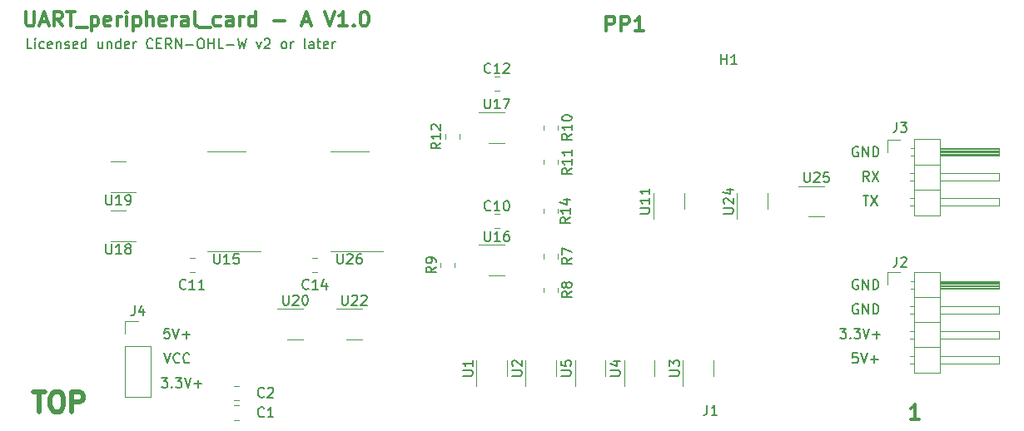
<source format=gbr>
G04 #@! TF.GenerationSoftware,KiCad,Pcbnew,(5.1.8)-1*
G04 #@! TF.CreationDate,2021-02-24T11:35:28+01:00*
G04 #@! TF.ProjectId,UART_peripheral_card_A,55415254-5f70-4657-9269-70686572616c,A V1.0*
G04 #@! TF.SameCoordinates,PX4fa1be0PY3fe56c0*
G04 #@! TF.FileFunction,Legend,Top*
G04 #@! TF.FilePolarity,Positive*
%FSLAX46Y46*%
G04 Gerber Fmt 4.6, Leading zero omitted, Abs format (unit mm)*
G04 Created by KiCad (PCBNEW (5.1.8)-1) date 2021-02-24 11:35:28*
%MOMM*%
%LPD*%
G01*
G04 APERTURE LIST*
%ADD10C,0.150000*%
%ADD11C,0.300000*%
%ADD12C,0.500000*%
%ADD13C,0.120000*%
G04 APERTURE END LIST*
D10*
X86238095Y-15500000D02*
X86142857Y-15452380D01*
X86000000Y-15452380D01*
X85857142Y-15500000D01*
X85761904Y-15595238D01*
X85714285Y-15690476D01*
X85666666Y-15880952D01*
X85666666Y-16023809D01*
X85714285Y-16214285D01*
X85761904Y-16309523D01*
X85857142Y-16404761D01*
X86000000Y-16452380D01*
X86095238Y-16452380D01*
X86238095Y-16404761D01*
X86285714Y-16357142D01*
X86285714Y-16023809D01*
X86095238Y-16023809D01*
X86714285Y-16452380D02*
X86714285Y-15452380D01*
X87285714Y-16452380D01*
X87285714Y-15452380D01*
X87761904Y-16452380D02*
X87761904Y-15452380D01*
X88000000Y-15452380D01*
X88142857Y-15500000D01*
X88238095Y-15595238D01*
X88285714Y-15690476D01*
X88333333Y-15880952D01*
X88333333Y-16023809D01*
X88285714Y-16214285D01*
X88238095Y-16309523D01*
X88142857Y-16404761D01*
X88000000Y-16452380D01*
X87761904Y-16452380D01*
X87333333Y-18952380D02*
X87000000Y-18476190D01*
X86761904Y-18952380D02*
X86761904Y-17952380D01*
X87142857Y-17952380D01*
X87238095Y-18000000D01*
X87285714Y-18047619D01*
X87333333Y-18142857D01*
X87333333Y-18285714D01*
X87285714Y-18380952D01*
X87238095Y-18428571D01*
X87142857Y-18476190D01*
X86761904Y-18476190D01*
X87666666Y-17952380D02*
X88333333Y-18952380D01*
X88333333Y-17952380D02*
X87666666Y-18952380D01*
X86738095Y-20452380D02*
X87309523Y-20452380D01*
X87023809Y-21452380D02*
X87023809Y-20452380D01*
X87547619Y-20452380D02*
X88214285Y-21452380D01*
X88214285Y-20452380D02*
X87547619Y-21452380D01*
X86238095Y-29000000D02*
X86142857Y-28952380D01*
X86000000Y-28952380D01*
X85857142Y-29000000D01*
X85761904Y-29095238D01*
X85714285Y-29190476D01*
X85666666Y-29380952D01*
X85666666Y-29523809D01*
X85714285Y-29714285D01*
X85761904Y-29809523D01*
X85857142Y-29904761D01*
X86000000Y-29952380D01*
X86095238Y-29952380D01*
X86238095Y-29904761D01*
X86285714Y-29857142D01*
X86285714Y-29523809D01*
X86095238Y-29523809D01*
X86714285Y-29952380D02*
X86714285Y-28952380D01*
X87285714Y-29952380D01*
X87285714Y-28952380D01*
X87761904Y-29952380D02*
X87761904Y-28952380D01*
X88000000Y-28952380D01*
X88142857Y-29000000D01*
X88238095Y-29095238D01*
X88285714Y-29190476D01*
X88333333Y-29380952D01*
X88333333Y-29523809D01*
X88285714Y-29714285D01*
X88238095Y-29809523D01*
X88142857Y-29904761D01*
X88000000Y-29952380D01*
X87761904Y-29952380D01*
X86238095Y-31500000D02*
X86142857Y-31452380D01*
X86000000Y-31452380D01*
X85857142Y-31500000D01*
X85761904Y-31595238D01*
X85714285Y-31690476D01*
X85666666Y-31880952D01*
X85666666Y-32023809D01*
X85714285Y-32214285D01*
X85761904Y-32309523D01*
X85857142Y-32404761D01*
X86000000Y-32452380D01*
X86095238Y-32452380D01*
X86238095Y-32404761D01*
X86285714Y-32357142D01*
X86285714Y-32023809D01*
X86095238Y-32023809D01*
X86714285Y-32452380D02*
X86714285Y-31452380D01*
X87285714Y-32452380D01*
X87285714Y-31452380D01*
X87761904Y-32452380D02*
X87761904Y-31452380D01*
X88000000Y-31452380D01*
X88142857Y-31500000D01*
X88238095Y-31595238D01*
X88285714Y-31690476D01*
X88333333Y-31880952D01*
X88333333Y-32023809D01*
X88285714Y-32214285D01*
X88238095Y-32309523D01*
X88142857Y-32404761D01*
X88000000Y-32452380D01*
X87761904Y-32452380D01*
X84404761Y-33952380D02*
X85023809Y-33952380D01*
X84690476Y-34333333D01*
X84833333Y-34333333D01*
X84928571Y-34380952D01*
X84976190Y-34428571D01*
X85023809Y-34523809D01*
X85023809Y-34761904D01*
X84976190Y-34857142D01*
X84928571Y-34904761D01*
X84833333Y-34952380D01*
X84547619Y-34952380D01*
X84452380Y-34904761D01*
X84404761Y-34857142D01*
X85452380Y-34857142D02*
X85500000Y-34904761D01*
X85452380Y-34952380D01*
X85404761Y-34904761D01*
X85452380Y-34857142D01*
X85452380Y-34952380D01*
X85833333Y-33952380D02*
X86452380Y-33952380D01*
X86119047Y-34333333D01*
X86261904Y-34333333D01*
X86357142Y-34380952D01*
X86404761Y-34428571D01*
X86452380Y-34523809D01*
X86452380Y-34761904D01*
X86404761Y-34857142D01*
X86357142Y-34904761D01*
X86261904Y-34952380D01*
X85976190Y-34952380D01*
X85880952Y-34904761D01*
X85833333Y-34857142D01*
X86738095Y-33952380D02*
X87071428Y-34952380D01*
X87404761Y-33952380D01*
X87738095Y-34571428D02*
X88500000Y-34571428D01*
X88119047Y-34952380D02*
X88119047Y-34190476D01*
X86190476Y-36452380D02*
X85714285Y-36452380D01*
X85666666Y-36928571D01*
X85714285Y-36880952D01*
X85809523Y-36833333D01*
X86047619Y-36833333D01*
X86142857Y-36880952D01*
X86190476Y-36928571D01*
X86238095Y-37023809D01*
X86238095Y-37261904D01*
X86190476Y-37357142D01*
X86142857Y-37404761D01*
X86047619Y-37452380D01*
X85809523Y-37452380D01*
X85714285Y-37404761D01*
X85666666Y-37357142D01*
X86523809Y-36452380D02*
X86857142Y-37452380D01*
X87190476Y-36452380D01*
X87523809Y-37071428D02*
X88285714Y-37071428D01*
X87904761Y-37452380D02*
X87904761Y-36690476D01*
X15404761Y-38952380D02*
X16023809Y-38952380D01*
X15690476Y-39333333D01*
X15833333Y-39333333D01*
X15928571Y-39380952D01*
X15976190Y-39428571D01*
X16023809Y-39523809D01*
X16023809Y-39761904D01*
X15976190Y-39857142D01*
X15928571Y-39904761D01*
X15833333Y-39952380D01*
X15547619Y-39952380D01*
X15452380Y-39904761D01*
X15404761Y-39857142D01*
X16452380Y-39857142D02*
X16500000Y-39904761D01*
X16452380Y-39952380D01*
X16404761Y-39904761D01*
X16452380Y-39857142D01*
X16452380Y-39952380D01*
X16833333Y-38952380D02*
X17452380Y-38952380D01*
X17119047Y-39333333D01*
X17261904Y-39333333D01*
X17357142Y-39380952D01*
X17404761Y-39428571D01*
X17452380Y-39523809D01*
X17452380Y-39761904D01*
X17404761Y-39857142D01*
X17357142Y-39904761D01*
X17261904Y-39952380D01*
X16976190Y-39952380D01*
X16880952Y-39904761D01*
X16833333Y-39857142D01*
X17738095Y-38952380D02*
X18071428Y-39952380D01*
X18404761Y-38952380D01*
X18738095Y-39571428D02*
X19500000Y-39571428D01*
X19119047Y-39952380D02*
X19119047Y-39190476D01*
X15666666Y-36452380D02*
X16000000Y-37452380D01*
X16333333Y-36452380D01*
X17238095Y-37357142D02*
X17190476Y-37404761D01*
X17047619Y-37452380D01*
X16952380Y-37452380D01*
X16809523Y-37404761D01*
X16714285Y-37309523D01*
X16666666Y-37214285D01*
X16619047Y-37023809D01*
X16619047Y-36880952D01*
X16666666Y-36690476D01*
X16714285Y-36595238D01*
X16809523Y-36500000D01*
X16952380Y-36452380D01*
X17047619Y-36452380D01*
X17190476Y-36500000D01*
X17238095Y-36547619D01*
X18238095Y-37357142D02*
X18190476Y-37404761D01*
X18047619Y-37452380D01*
X17952380Y-37452380D01*
X17809523Y-37404761D01*
X17714285Y-37309523D01*
X17666666Y-37214285D01*
X17619047Y-37023809D01*
X17619047Y-36880952D01*
X17666666Y-36690476D01*
X17714285Y-36595238D01*
X17809523Y-36500000D01*
X17952380Y-36452380D01*
X18047619Y-36452380D01*
X18190476Y-36500000D01*
X18238095Y-36547619D01*
X16190476Y-33952380D02*
X15714285Y-33952380D01*
X15666666Y-34428571D01*
X15714285Y-34380952D01*
X15809523Y-34333333D01*
X16047619Y-34333333D01*
X16142857Y-34380952D01*
X16190476Y-34428571D01*
X16238095Y-34523809D01*
X16238095Y-34761904D01*
X16190476Y-34857142D01*
X16142857Y-34904761D01*
X16047619Y-34952380D01*
X15809523Y-34952380D01*
X15714285Y-34904761D01*
X15666666Y-34857142D01*
X16523809Y-33952380D02*
X16857142Y-34952380D01*
X17190476Y-33952380D01*
X17523809Y-34571428D02*
X18285714Y-34571428D01*
X17904761Y-34952380D02*
X17904761Y-34190476D01*
D11*
X92428571Y-43178571D02*
X91571428Y-43178571D01*
X92000000Y-43178571D02*
X92000000Y-41678571D01*
X91857142Y-41892857D01*
X91714285Y-42035714D01*
X91571428Y-42107142D01*
D12*
X2380952Y-40404761D02*
X3523809Y-40404761D01*
X2952380Y-42404761D02*
X2952380Y-40404761D01*
X4571428Y-40404761D02*
X4952380Y-40404761D01*
X5142857Y-40500000D01*
X5333333Y-40690476D01*
X5428571Y-41071428D01*
X5428571Y-41738095D01*
X5333333Y-42119047D01*
X5142857Y-42309523D01*
X4952380Y-42404761D01*
X4571428Y-42404761D01*
X4380952Y-42309523D01*
X4190476Y-42119047D01*
X4095238Y-41738095D01*
X4095238Y-41071428D01*
X4190476Y-40690476D01*
X4380952Y-40500000D01*
X4571428Y-40404761D01*
X6285714Y-42404761D02*
X6285714Y-40404761D01*
X7047619Y-40404761D01*
X7238095Y-40500000D01*
X7333333Y-40595238D01*
X7428571Y-40785714D01*
X7428571Y-41071428D01*
X7333333Y-41261904D01*
X7238095Y-41357142D01*
X7047619Y-41452380D01*
X6285714Y-41452380D01*
D11*
X1607142Y-1678571D02*
X1607142Y-2892857D01*
X1678571Y-3035714D01*
X1750000Y-3107142D01*
X1892857Y-3178571D01*
X2178571Y-3178571D01*
X2321428Y-3107142D01*
X2392857Y-3035714D01*
X2464285Y-2892857D01*
X2464285Y-1678571D01*
X3107142Y-2750000D02*
X3821428Y-2750000D01*
X2964285Y-3178571D02*
X3464285Y-1678571D01*
X3964285Y-3178571D01*
X5321428Y-3178571D02*
X4821428Y-2464285D01*
X4464285Y-3178571D02*
X4464285Y-1678571D01*
X5035714Y-1678571D01*
X5178571Y-1750000D01*
X5250000Y-1821428D01*
X5321428Y-1964285D01*
X5321428Y-2178571D01*
X5250000Y-2321428D01*
X5178571Y-2392857D01*
X5035714Y-2464285D01*
X4464285Y-2464285D01*
X5750000Y-1678571D02*
X6607142Y-1678571D01*
X6178571Y-3178571D02*
X6178571Y-1678571D01*
X6750000Y-3321428D02*
X7892857Y-3321428D01*
X8250000Y-2178571D02*
X8250000Y-3678571D01*
X8250000Y-2250000D02*
X8392857Y-2178571D01*
X8678571Y-2178571D01*
X8821428Y-2250000D01*
X8892857Y-2321428D01*
X8964285Y-2464285D01*
X8964285Y-2892857D01*
X8892857Y-3035714D01*
X8821428Y-3107142D01*
X8678571Y-3178571D01*
X8392857Y-3178571D01*
X8250000Y-3107142D01*
X10178571Y-3107142D02*
X10035714Y-3178571D01*
X9750000Y-3178571D01*
X9607142Y-3107142D01*
X9535714Y-2964285D01*
X9535714Y-2392857D01*
X9607142Y-2250000D01*
X9750000Y-2178571D01*
X10035714Y-2178571D01*
X10178571Y-2250000D01*
X10250000Y-2392857D01*
X10250000Y-2535714D01*
X9535714Y-2678571D01*
X10892857Y-3178571D02*
X10892857Y-2178571D01*
X10892857Y-2464285D02*
X10964285Y-2321428D01*
X11035714Y-2250000D01*
X11178571Y-2178571D01*
X11321428Y-2178571D01*
X11821428Y-3178571D02*
X11821428Y-2178571D01*
X11821428Y-1678571D02*
X11750000Y-1750000D01*
X11821428Y-1821428D01*
X11892857Y-1750000D01*
X11821428Y-1678571D01*
X11821428Y-1821428D01*
X12535714Y-2178571D02*
X12535714Y-3678571D01*
X12535714Y-2250000D02*
X12678571Y-2178571D01*
X12964285Y-2178571D01*
X13107142Y-2250000D01*
X13178571Y-2321428D01*
X13250000Y-2464285D01*
X13250000Y-2892857D01*
X13178571Y-3035714D01*
X13107142Y-3107142D01*
X12964285Y-3178571D01*
X12678571Y-3178571D01*
X12535714Y-3107142D01*
X13892857Y-3178571D02*
X13892857Y-1678571D01*
X14535714Y-3178571D02*
X14535714Y-2392857D01*
X14464285Y-2250000D01*
X14321428Y-2178571D01*
X14107142Y-2178571D01*
X13964285Y-2250000D01*
X13892857Y-2321428D01*
X15821428Y-3107142D02*
X15678571Y-3178571D01*
X15392857Y-3178571D01*
X15250000Y-3107142D01*
X15178571Y-2964285D01*
X15178571Y-2392857D01*
X15250000Y-2250000D01*
X15392857Y-2178571D01*
X15678571Y-2178571D01*
X15821428Y-2250000D01*
X15892857Y-2392857D01*
X15892857Y-2535714D01*
X15178571Y-2678571D01*
X16535714Y-3178571D02*
X16535714Y-2178571D01*
X16535714Y-2464285D02*
X16607142Y-2321428D01*
X16678571Y-2250000D01*
X16821428Y-2178571D01*
X16964285Y-2178571D01*
X18107142Y-3178571D02*
X18107142Y-2392857D01*
X18035714Y-2250000D01*
X17892857Y-2178571D01*
X17607142Y-2178571D01*
X17464285Y-2250000D01*
X18107142Y-3107142D02*
X17964285Y-3178571D01*
X17607142Y-3178571D01*
X17464285Y-3107142D01*
X17392857Y-2964285D01*
X17392857Y-2821428D01*
X17464285Y-2678571D01*
X17607142Y-2607142D01*
X17964285Y-2607142D01*
X18107142Y-2535714D01*
X19035714Y-3178571D02*
X18892857Y-3107142D01*
X18821428Y-2964285D01*
X18821428Y-1678571D01*
X19250000Y-3321428D02*
X20392857Y-3321428D01*
X21392857Y-3107142D02*
X21250000Y-3178571D01*
X20964285Y-3178571D01*
X20821428Y-3107142D01*
X20750000Y-3035714D01*
X20678571Y-2892857D01*
X20678571Y-2464285D01*
X20750000Y-2321428D01*
X20821428Y-2250000D01*
X20964285Y-2178571D01*
X21250000Y-2178571D01*
X21392857Y-2250000D01*
X22678571Y-3178571D02*
X22678571Y-2392857D01*
X22607142Y-2250000D01*
X22464285Y-2178571D01*
X22178571Y-2178571D01*
X22035714Y-2250000D01*
X22678571Y-3107142D02*
X22535714Y-3178571D01*
X22178571Y-3178571D01*
X22035714Y-3107142D01*
X21964285Y-2964285D01*
X21964285Y-2821428D01*
X22035714Y-2678571D01*
X22178571Y-2607142D01*
X22535714Y-2607142D01*
X22678571Y-2535714D01*
X23392857Y-3178571D02*
X23392857Y-2178571D01*
X23392857Y-2464285D02*
X23464285Y-2321428D01*
X23535714Y-2250000D01*
X23678571Y-2178571D01*
X23821428Y-2178571D01*
X24964285Y-3178571D02*
X24964285Y-1678571D01*
X24964285Y-3107142D02*
X24821428Y-3178571D01*
X24535714Y-3178571D01*
X24392857Y-3107142D01*
X24321428Y-3035714D01*
X24250000Y-2892857D01*
X24250000Y-2464285D01*
X24321428Y-2321428D01*
X24392857Y-2250000D01*
X24535714Y-2178571D01*
X24821428Y-2178571D01*
X24964285Y-2250000D01*
X26821428Y-2607142D02*
X27964285Y-2607142D01*
X29750000Y-2750000D02*
X30464285Y-2750000D01*
X29607142Y-3178571D02*
X30107142Y-1678571D01*
X30607142Y-3178571D01*
X32035714Y-1678571D02*
X32535714Y-3178571D01*
X33035714Y-1678571D01*
X34321428Y-3178571D02*
X33464285Y-3178571D01*
X33892857Y-3178571D02*
X33892857Y-1678571D01*
X33750000Y-1892857D01*
X33607142Y-2035714D01*
X33464285Y-2107142D01*
X34964285Y-3035714D02*
X35035714Y-3107142D01*
X34964285Y-3178571D01*
X34892857Y-3107142D01*
X34964285Y-3035714D01*
X34964285Y-3178571D01*
X35964285Y-1678571D02*
X36107142Y-1678571D01*
X36250000Y-1750000D01*
X36321428Y-1821428D01*
X36392857Y-1964285D01*
X36464285Y-2250000D01*
X36464285Y-2607142D01*
X36392857Y-2892857D01*
X36321428Y-3035714D01*
X36250000Y-3107142D01*
X36107142Y-3178571D01*
X35964285Y-3178571D01*
X35821428Y-3107142D01*
X35750000Y-3035714D01*
X35678571Y-2892857D01*
X35607142Y-2607142D01*
X35607142Y-2250000D01*
X35678571Y-1964285D01*
X35750000Y-1821428D01*
X35821428Y-1750000D01*
X35964285Y-1678571D01*
D10*
X2210952Y-5452380D02*
X1734761Y-5452380D01*
X1734761Y-4452380D01*
X2544285Y-5452380D02*
X2544285Y-4785714D01*
X2544285Y-4452380D02*
X2496666Y-4500000D01*
X2544285Y-4547619D01*
X2591904Y-4500000D01*
X2544285Y-4452380D01*
X2544285Y-4547619D01*
X3449047Y-5404761D02*
X3353809Y-5452380D01*
X3163333Y-5452380D01*
X3068095Y-5404761D01*
X3020476Y-5357142D01*
X2972857Y-5261904D01*
X2972857Y-4976190D01*
X3020476Y-4880952D01*
X3068095Y-4833333D01*
X3163333Y-4785714D01*
X3353809Y-4785714D01*
X3449047Y-4833333D01*
X4258571Y-5404761D02*
X4163333Y-5452380D01*
X3972857Y-5452380D01*
X3877619Y-5404761D01*
X3829999Y-5309523D01*
X3829999Y-4928571D01*
X3877619Y-4833333D01*
X3972857Y-4785714D01*
X4163333Y-4785714D01*
X4258571Y-4833333D01*
X4306190Y-4928571D01*
X4306190Y-5023809D01*
X3829999Y-5119047D01*
X4734761Y-4785714D02*
X4734761Y-5452380D01*
X4734761Y-4880952D02*
X4782380Y-4833333D01*
X4877619Y-4785714D01*
X5020476Y-4785714D01*
X5115714Y-4833333D01*
X5163333Y-4928571D01*
X5163333Y-5452380D01*
X5591904Y-5404761D02*
X5687142Y-5452380D01*
X5877619Y-5452380D01*
X5972857Y-5404761D01*
X6020476Y-5309523D01*
X6020476Y-5261904D01*
X5972857Y-5166666D01*
X5877619Y-5119047D01*
X5734761Y-5119047D01*
X5639523Y-5071428D01*
X5591904Y-4976190D01*
X5591904Y-4928571D01*
X5639523Y-4833333D01*
X5734761Y-4785714D01*
X5877619Y-4785714D01*
X5972857Y-4833333D01*
X6829999Y-5404761D02*
X6734761Y-5452380D01*
X6544285Y-5452380D01*
X6449047Y-5404761D01*
X6401428Y-5309523D01*
X6401428Y-4928571D01*
X6449047Y-4833333D01*
X6544285Y-4785714D01*
X6734761Y-4785714D01*
X6829999Y-4833333D01*
X6877619Y-4928571D01*
X6877619Y-5023809D01*
X6401428Y-5119047D01*
X7734761Y-5452380D02*
X7734761Y-4452380D01*
X7734761Y-5404761D02*
X7639523Y-5452380D01*
X7449047Y-5452380D01*
X7353809Y-5404761D01*
X7306190Y-5357142D01*
X7258571Y-5261904D01*
X7258571Y-4976190D01*
X7306190Y-4880952D01*
X7353809Y-4833333D01*
X7449047Y-4785714D01*
X7639523Y-4785714D01*
X7734761Y-4833333D01*
X9401428Y-4785714D02*
X9401428Y-5452380D01*
X8972857Y-4785714D02*
X8972857Y-5309523D01*
X9020476Y-5404761D01*
X9115714Y-5452380D01*
X9258571Y-5452380D01*
X9353809Y-5404761D01*
X9401428Y-5357142D01*
X9877619Y-4785714D02*
X9877619Y-5452380D01*
X9877619Y-4880952D02*
X9925238Y-4833333D01*
X10020476Y-4785714D01*
X10163333Y-4785714D01*
X10258571Y-4833333D01*
X10306190Y-4928571D01*
X10306190Y-5452380D01*
X11210952Y-5452380D02*
X11210952Y-4452380D01*
X11210952Y-5404761D02*
X11115714Y-5452380D01*
X10925238Y-5452380D01*
X10829999Y-5404761D01*
X10782380Y-5357142D01*
X10734761Y-5261904D01*
X10734761Y-4976190D01*
X10782380Y-4880952D01*
X10829999Y-4833333D01*
X10925238Y-4785714D01*
X11115714Y-4785714D01*
X11210952Y-4833333D01*
X12068095Y-5404761D02*
X11972857Y-5452380D01*
X11782380Y-5452380D01*
X11687142Y-5404761D01*
X11639523Y-5309523D01*
X11639523Y-4928571D01*
X11687142Y-4833333D01*
X11782380Y-4785714D01*
X11972857Y-4785714D01*
X12068095Y-4833333D01*
X12115714Y-4928571D01*
X12115714Y-5023809D01*
X11639523Y-5119047D01*
X12544285Y-5452380D02*
X12544285Y-4785714D01*
X12544285Y-4976190D02*
X12591904Y-4880952D01*
X12639523Y-4833333D01*
X12734761Y-4785714D01*
X12829999Y-4785714D01*
X14496666Y-5357142D02*
X14449047Y-5404761D01*
X14306190Y-5452380D01*
X14210952Y-5452380D01*
X14068095Y-5404761D01*
X13972857Y-5309523D01*
X13925238Y-5214285D01*
X13877619Y-5023809D01*
X13877619Y-4880952D01*
X13925238Y-4690476D01*
X13972857Y-4595238D01*
X14068095Y-4500000D01*
X14210952Y-4452380D01*
X14306190Y-4452380D01*
X14449047Y-4500000D01*
X14496666Y-4547619D01*
X14925238Y-4928571D02*
X15258571Y-4928571D01*
X15401428Y-5452380D02*
X14925238Y-5452380D01*
X14925238Y-4452380D01*
X15401428Y-4452380D01*
X16401428Y-5452380D02*
X16068095Y-4976190D01*
X15829999Y-5452380D02*
X15829999Y-4452380D01*
X16210952Y-4452380D01*
X16306190Y-4500000D01*
X16353809Y-4547619D01*
X16401428Y-4642857D01*
X16401428Y-4785714D01*
X16353809Y-4880952D01*
X16306190Y-4928571D01*
X16210952Y-4976190D01*
X15829999Y-4976190D01*
X16829999Y-5452380D02*
X16829999Y-4452380D01*
X17401428Y-5452380D01*
X17401428Y-4452380D01*
X17877619Y-5071428D02*
X18639523Y-5071428D01*
X19306190Y-4452380D02*
X19496666Y-4452380D01*
X19591904Y-4500000D01*
X19687142Y-4595238D01*
X19734761Y-4785714D01*
X19734761Y-5119047D01*
X19687142Y-5309523D01*
X19591904Y-5404761D01*
X19496666Y-5452380D01*
X19306190Y-5452380D01*
X19210952Y-5404761D01*
X19115714Y-5309523D01*
X19068095Y-5119047D01*
X19068095Y-4785714D01*
X19115714Y-4595238D01*
X19210952Y-4500000D01*
X19306190Y-4452380D01*
X20163333Y-5452380D02*
X20163333Y-4452380D01*
X20163333Y-4928571D02*
X20734761Y-4928571D01*
X20734761Y-5452380D02*
X20734761Y-4452380D01*
X21687142Y-5452380D02*
X21210952Y-5452380D01*
X21210952Y-4452380D01*
X22020476Y-5071428D02*
X22782380Y-5071428D01*
X23163333Y-4452380D02*
X23401428Y-5452380D01*
X23591904Y-4738095D01*
X23782380Y-5452380D01*
X24020476Y-4452380D01*
X25068095Y-4785714D02*
X25306190Y-5452380D01*
X25544285Y-4785714D01*
X25877619Y-4547619D02*
X25925238Y-4500000D01*
X26020476Y-4452380D01*
X26258571Y-4452380D01*
X26353809Y-4500000D01*
X26401428Y-4547619D01*
X26449047Y-4642857D01*
X26449047Y-4738095D01*
X26401428Y-4880952D01*
X25829999Y-5452380D01*
X26449047Y-5452380D01*
X27782380Y-5452380D02*
X27687142Y-5404761D01*
X27639523Y-5357142D01*
X27591904Y-5261904D01*
X27591904Y-4976190D01*
X27639523Y-4880952D01*
X27687142Y-4833333D01*
X27782380Y-4785714D01*
X27925238Y-4785714D01*
X28020476Y-4833333D01*
X28068095Y-4880952D01*
X28115714Y-4976190D01*
X28115714Y-5261904D01*
X28068095Y-5357142D01*
X28020476Y-5404761D01*
X27925238Y-5452380D01*
X27782380Y-5452380D01*
X28544285Y-5452380D02*
X28544285Y-4785714D01*
X28544285Y-4976190D02*
X28591904Y-4880952D01*
X28639523Y-4833333D01*
X28734761Y-4785714D01*
X28829999Y-4785714D01*
X30068095Y-5452380D02*
X29972857Y-5404761D01*
X29925238Y-5309523D01*
X29925238Y-4452380D01*
X30877619Y-5452380D02*
X30877619Y-4928571D01*
X30829999Y-4833333D01*
X30734761Y-4785714D01*
X30544285Y-4785714D01*
X30449047Y-4833333D01*
X30877619Y-5404761D02*
X30782380Y-5452380D01*
X30544285Y-5452380D01*
X30449047Y-5404761D01*
X30401428Y-5309523D01*
X30401428Y-5214285D01*
X30449047Y-5119047D01*
X30544285Y-5071428D01*
X30782380Y-5071428D01*
X30877619Y-5023809D01*
X31210952Y-4785714D02*
X31591904Y-4785714D01*
X31353809Y-4452380D02*
X31353809Y-5309523D01*
X31401428Y-5404761D01*
X31496666Y-5452380D01*
X31591904Y-5452380D01*
X32306190Y-5404761D02*
X32210952Y-5452380D01*
X32020476Y-5452380D01*
X31925238Y-5404761D01*
X31877619Y-5309523D01*
X31877619Y-4928571D01*
X31925238Y-4833333D01*
X32020476Y-4785714D01*
X32210952Y-4785714D01*
X32306190Y-4833333D01*
X32353809Y-4928571D01*
X32353809Y-5023809D01*
X31877619Y-5119047D01*
X32782380Y-5452380D02*
X32782380Y-4785714D01*
X32782380Y-4976190D02*
X32829999Y-4880952D01*
X32877619Y-4833333D01*
X32972857Y-4785714D01*
X33068095Y-4785714D01*
D11*
X60642857Y-3678571D02*
X60642857Y-2178571D01*
X61214285Y-2178571D01*
X61357142Y-2250000D01*
X61428571Y-2321428D01*
X61500000Y-2464285D01*
X61500000Y-2678571D01*
X61428571Y-2821428D01*
X61357142Y-2892857D01*
X61214285Y-2964285D01*
X60642857Y-2964285D01*
X62142857Y-3678571D02*
X62142857Y-2178571D01*
X62714285Y-2178571D01*
X62857142Y-2250000D01*
X62928571Y-2321428D01*
X63000000Y-2464285D01*
X63000000Y-2678571D01*
X62928571Y-2821428D01*
X62857142Y-2892857D01*
X62714285Y-2964285D01*
X62142857Y-2964285D01*
X64428571Y-3678571D02*
X63571428Y-3678571D01*
X64000000Y-3678571D02*
X64000000Y-2178571D01*
X63857142Y-2392857D01*
X63714285Y-2535714D01*
X63571428Y-2607142D01*
D13*
X23261252Y-41765000D02*
X22738748Y-41765000D01*
X23261252Y-43235000D02*
X22738748Y-43235000D01*
X23261252Y-41235000D02*
X22738748Y-41235000D01*
X23261252Y-39765000D02*
X22738748Y-39765000D01*
X49761252Y-23735000D02*
X49238748Y-23735000D01*
X49761252Y-22265000D02*
X49238748Y-22265000D01*
X18238748Y-28235000D02*
X18761252Y-28235000D01*
X18238748Y-26765000D02*
X18761252Y-26765000D01*
X49761252Y-8265000D02*
X49238748Y-8265000D01*
X49761252Y-9735000D02*
X49238748Y-9735000D01*
X30738748Y-26765000D02*
X31261252Y-26765000D01*
X30738748Y-28235000D02*
X31261252Y-28235000D01*
X89230000Y-28230000D02*
X90500000Y-28230000D01*
X89230000Y-29500000D02*
X89230000Y-28230000D01*
X91542929Y-37500000D02*
X91940000Y-37500000D01*
X91542929Y-36740000D02*
X91940000Y-36740000D01*
X100600000Y-37500000D02*
X94600000Y-37500000D01*
X100600000Y-36740000D02*
X100600000Y-37500000D01*
X94600000Y-36740000D02*
X100600000Y-36740000D01*
X91940000Y-35850000D02*
X94600000Y-35850000D01*
X91542929Y-34960000D02*
X91940000Y-34960000D01*
X91542929Y-34200000D02*
X91940000Y-34200000D01*
X100600000Y-34960000D02*
X94600000Y-34960000D01*
X100600000Y-34200000D02*
X100600000Y-34960000D01*
X94600000Y-34200000D02*
X100600000Y-34200000D01*
X91940000Y-33310000D02*
X94600000Y-33310000D01*
X91542929Y-32420000D02*
X91940000Y-32420000D01*
X91542929Y-31660000D02*
X91940000Y-31660000D01*
X100600000Y-32420000D02*
X94600000Y-32420000D01*
X100600000Y-31660000D02*
X100600000Y-32420000D01*
X94600000Y-31660000D02*
X100600000Y-31660000D01*
X91940000Y-30770000D02*
X94600000Y-30770000D01*
X91610000Y-29880000D02*
X91940000Y-29880000D01*
X91610000Y-29120000D02*
X91940000Y-29120000D01*
X94600000Y-29780000D02*
X100600000Y-29780000D01*
X94600000Y-29660000D02*
X100600000Y-29660000D01*
X94600000Y-29540000D02*
X100600000Y-29540000D01*
X94600000Y-29420000D02*
X100600000Y-29420000D01*
X94600000Y-29300000D02*
X100600000Y-29300000D01*
X94600000Y-29180000D02*
X100600000Y-29180000D01*
X100600000Y-29880000D02*
X94600000Y-29880000D01*
X100600000Y-29120000D02*
X100600000Y-29880000D01*
X94600000Y-29120000D02*
X100600000Y-29120000D01*
X94600000Y-28170000D02*
X91940000Y-28170000D01*
X94600000Y-38450000D02*
X94600000Y-28170000D01*
X91940000Y-38450000D02*
X94600000Y-38450000D01*
X91940000Y-28170000D02*
X91940000Y-38450000D01*
X89230000Y-14730000D02*
X90500000Y-14730000D01*
X89230000Y-16000000D02*
X89230000Y-14730000D01*
X91542929Y-21460000D02*
X91940000Y-21460000D01*
X91542929Y-20700000D02*
X91940000Y-20700000D01*
X100600000Y-21460000D02*
X94600000Y-21460000D01*
X100600000Y-20700000D02*
X100600000Y-21460000D01*
X94600000Y-20700000D02*
X100600000Y-20700000D01*
X91940000Y-19810000D02*
X94600000Y-19810000D01*
X91542929Y-18920000D02*
X91940000Y-18920000D01*
X91542929Y-18160000D02*
X91940000Y-18160000D01*
X100600000Y-18920000D02*
X94600000Y-18920000D01*
X100600000Y-18160000D02*
X100600000Y-18920000D01*
X94600000Y-18160000D02*
X100600000Y-18160000D01*
X91940000Y-17270000D02*
X94600000Y-17270000D01*
X91610000Y-16380000D02*
X91940000Y-16380000D01*
X91610000Y-15620000D02*
X91940000Y-15620000D01*
X94600000Y-16280000D02*
X100600000Y-16280000D01*
X94600000Y-16160000D02*
X100600000Y-16160000D01*
X94600000Y-16040000D02*
X100600000Y-16040000D01*
X94600000Y-15920000D02*
X100600000Y-15920000D01*
X94600000Y-15800000D02*
X100600000Y-15800000D01*
X94600000Y-15680000D02*
X100600000Y-15680000D01*
X100600000Y-16380000D02*
X94600000Y-16380000D01*
X100600000Y-15620000D02*
X100600000Y-16380000D01*
X94600000Y-15620000D02*
X100600000Y-15620000D01*
X94600000Y-14670000D02*
X91940000Y-14670000D01*
X94600000Y-22410000D02*
X94600000Y-14670000D01*
X91940000Y-22410000D02*
X94600000Y-22410000D01*
X91940000Y-14670000D02*
X91940000Y-22410000D01*
X11670000Y-33170000D02*
X13000000Y-33170000D01*
X11670000Y-34500000D02*
X11670000Y-33170000D01*
X11670000Y-35770000D02*
X14330000Y-35770000D01*
X14330000Y-35770000D02*
X14330000Y-40910000D01*
X11670000Y-35770000D02*
X11670000Y-40910000D01*
X11670000Y-40910000D02*
X14330000Y-40910000D01*
X55735000Y-26360436D02*
X55735000Y-26814564D01*
X54265000Y-26360436D02*
X54265000Y-26814564D01*
X54265000Y-29772936D02*
X54265000Y-30227064D01*
X55735000Y-29772936D02*
X55735000Y-30227064D01*
X43765000Y-27727064D02*
X43765000Y-27272936D01*
X45235000Y-27727064D02*
X45235000Y-27272936D01*
X55735000Y-13272936D02*
X55735000Y-13727064D01*
X54265000Y-13272936D02*
X54265000Y-13727064D01*
X55735000Y-16772936D02*
X55735000Y-17227064D01*
X54265000Y-16772936D02*
X54265000Y-17227064D01*
X45735000Y-14639564D02*
X45735000Y-14185436D01*
X44265000Y-14639564D02*
X44265000Y-14185436D01*
X54265000Y-22227064D02*
X54265000Y-21772936D01*
X55735000Y-22227064D02*
X55735000Y-21772936D01*
X50560000Y-38000000D02*
X50560000Y-37200000D01*
X50560000Y-38000000D02*
X50560000Y-38800000D01*
X47440000Y-38000000D02*
X47440000Y-37200000D01*
X47440000Y-38000000D02*
X47440000Y-39800000D01*
X52440000Y-38000000D02*
X52440000Y-39800000D01*
X52440000Y-38000000D02*
X52440000Y-37200000D01*
X55560000Y-38000000D02*
X55560000Y-38800000D01*
X55560000Y-38000000D02*
X55560000Y-37200000D01*
X68440000Y-38000000D02*
X68440000Y-39800000D01*
X68440000Y-38000000D02*
X68440000Y-37200000D01*
X71560000Y-38000000D02*
X71560000Y-38800000D01*
X71560000Y-38000000D02*
X71560000Y-37200000D01*
X62440000Y-38000000D02*
X62440000Y-39800000D01*
X62440000Y-38000000D02*
X62440000Y-37200000D01*
X65560000Y-38000000D02*
X65560000Y-38800000D01*
X65560000Y-38000000D02*
X65560000Y-37200000D01*
X60560000Y-38000000D02*
X60560000Y-37200000D01*
X60560000Y-38000000D02*
X60560000Y-38800000D01*
X57440000Y-38000000D02*
X57440000Y-37200000D01*
X57440000Y-38000000D02*
X57440000Y-39800000D01*
X65440000Y-21000000D02*
X65440000Y-22800000D01*
X65440000Y-21000000D02*
X65440000Y-20200000D01*
X68560000Y-21000000D02*
X68560000Y-21800000D01*
X68560000Y-21000000D02*
X68560000Y-20200000D01*
X22000000Y-26060000D02*
X25500000Y-26060000D01*
X22000000Y-26060000D02*
X20050000Y-26060000D01*
X22000000Y-15940000D02*
X23950000Y-15940000D01*
X22000000Y-15940000D02*
X20050000Y-15940000D01*
X49500000Y-25440000D02*
X47700000Y-25440000D01*
X49500000Y-25440000D02*
X50300000Y-25440000D01*
X49500000Y-28560000D02*
X48700000Y-28560000D01*
X49500000Y-28560000D02*
X50300000Y-28560000D01*
X49500000Y-15060000D02*
X50300000Y-15060000D01*
X49500000Y-15060000D02*
X48700000Y-15060000D01*
X49500000Y-11940000D02*
X50300000Y-11940000D01*
X49500000Y-11940000D02*
X47700000Y-11940000D01*
X11000000Y-25060000D02*
X12800000Y-25060000D01*
X11000000Y-25060000D02*
X10200000Y-25060000D01*
X11000000Y-21940000D02*
X11800000Y-21940000D01*
X11000000Y-21940000D02*
X10200000Y-21940000D01*
X11000000Y-16940000D02*
X10200000Y-16940000D01*
X11000000Y-16940000D02*
X11800000Y-16940000D01*
X11000000Y-20060000D02*
X10200000Y-20060000D01*
X11000000Y-20060000D02*
X12800000Y-20060000D01*
X29000000Y-31940000D02*
X27200000Y-31940000D01*
X29000000Y-31940000D02*
X29800000Y-31940000D01*
X29000000Y-35060000D02*
X28200000Y-35060000D01*
X29000000Y-35060000D02*
X29800000Y-35060000D01*
X35000000Y-35060000D02*
X35800000Y-35060000D01*
X35000000Y-35060000D02*
X34200000Y-35060000D01*
X35000000Y-31940000D02*
X35800000Y-31940000D01*
X35000000Y-31940000D02*
X33200000Y-31940000D01*
X77060000Y-21000000D02*
X77060000Y-20200000D01*
X77060000Y-21000000D02*
X77060000Y-21800000D01*
X73940000Y-21000000D02*
X73940000Y-20200000D01*
X73940000Y-21000000D02*
X73940000Y-22800000D01*
X82000000Y-22560000D02*
X82800000Y-22560000D01*
X82000000Y-22560000D02*
X81200000Y-22560000D01*
X82000000Y-19440000D02*
X82800000Y-19440000D01*
X82000000Y-19440000D02*
X80200000Y-19440000D01*
X34500000Y-15940000D02*
X32550000Y-15940000D01*
X34500000Y-15940000D02*
X36450000Y-15940000D01*
X34500000Y-26060000D02*
X32550000Y-26060000D01*
X34500000Y-26060000D02*
X37950000Y-26060000D01*
D10*
X70896666Y-41732380D02*
X70896666Y-42446666D01*
X70849047Y-42589523D01*
X70753809Y-42684761D01*
X70610952Y-42732380D01*
X70515714Y-42732380D01*
X71896666Y-42732380D02*
X71325238Y-42732380D01*
X71610952Y-42732380D02*
X71610952Y-41732380D01*
X71515714Y-41875238D01*
X71420476Y-41970476D01*
X71325238Y-42018095D01*
X72338095Y-7052380D02*
X72338095Y-6052380D01*
X72338095Y-6528571D02*
X72909523Y-6528571D01*
X72909523Y-7052380D02*
X72909523Y-6052380D01*
X73909523Y-7052380D02*
X73338095Y-7052380D01*
X73623809Y-7052380D02*
X73623809Y-6052380D01*
X73528571Y-6195238D01*
X73433333Y-6290476D01*
X73338095Y-6338095D01*
X25833333Y-42857142D02*
X25785714Y-42904761D01*
X25642857Y-42952380D01*
X25547619Y-42952380D01*
X25404761Y-42904761D01*
X25309523Y-42809523D01*
X25261904Y-42714285D01*
X25214285Y-42523809D01*
X25214285Y-42380952D01*
X25261904Y-42190476D01*
X25309523Y-42095238D01*
X25404761Y-42000000D01*
X25547619Y-41952380D01*
X25642857Y-41952380D01*
X25785714Y-42000000D01*
X25833333Y-42047619D01*
X26785714Y-42952380D02*
X26214285Y-42952380D01*
X26500000Y-42952380D02*
X26500000Y-41952380D01*
X26404761Y-42095238D01*
X26309523Y-42190476D01*
X26214285Y-42238095D01*
X25833333Y-40857142D02*
X25785714Y-40904761D01*
X25642857Y-40952380D01*
X25547619Y-40952380D01*
X25404761Y-40904761D01*
X25309523Y-40809523D01*
X25261904Y-40714285D01*
X25214285Y-40523809D01*
X25214285Y-40380952D01*
X25261904Y-40190476D01*
X25309523Y-40095238D01*
X25404761Y-40000000D01*
X25547619Y-39952380D01*
X25642857Y-39952380D01*
X25785714Y-40000000D01*
X25833333Y-40047619D01*
X26214285Y-40047619D02*
X26261904Y-40000000D01*
X26357142Y-39952380D01*
X26595238Y-39952380D01*
X26690476Y-40000000D01*
X26738095Y-40047619D01*
X26785714Y-40142857D01*
X26785714Y-40238095D01*
X26738095Y-40380952D01*
X26166666Y-40952380D01*
X26785714Y-40952380D01*
X48857142Y-21857142D02*
X48809523Y-21904761D01*
X48666666Y-21952380D01*
X48571428Y-21952380D01*
X48428571Y-21904761D01*
X48333333Y-21809523D01*
X48285714Y-21714285D01*
X48238095Y-21523809D01*
X48238095Y-21380952D01*
X48285714Y-21190476D01*
X48333333Y-21095238D01*
X48428571Y-21000000D01*
X48571428Y-20952380D01*
X48666666Y-20952380D01*
X48809523Y-21000000D01*
X48857142Y-21047619D01*
X49809523Y-21952380D02*
X49238095Y-21952380D01*
X49523809Y-21952380D02*
X49523809Y-20952380D01*
X49428571Y-21095238D01*
X49333333Y-21190476D01*
X49238095Y-21238095D01*
X50428571Y-20952380D02*
X50523809Y-20952380D01*
X50619047Y-21000000D01*
X50666666Y-21047619D01*
X50714285Y-21142857D01*
X50761904Y-21333333D01*
X50761904Y-21571428D01*
X50714285Y-21761904D01*
X50666666Y-21857142D01*
X50619047Y-21904761D01*
X50523809Y-21952380D01*
X50428571Y-21952380D01*
X50333333Y-21904761D01*
X50285714Y-21857142D01*
X50238095Y-21761904D01*
X50190476Y-21571428D01*
X50190476Y-21333333D01*
X50238095Y-21142857D01*
X50285714Y-21047619D01*
X50333333Y-21000000D01*
X50428571Y-20952380D01*
X17857142Y-29857142D02*
X17809523Y-29904761D01*
X17666666Y-29952380D01*
X17571428Y-29952380D01*
X17428571Y-29904761D01*
X17333333Y-29809523D01*
X17285714Y-29714285D01*
X17238095Y-29523809D01*
X17238095Y-29380952D01*
X17285714Y-29190476D01*
X17333333Y-29095238D01*
X17428571Y-29000000D01*
X17571428Y-28952380D01*
X17666666Y-28952380D01*
X17809523Y-29000000D01*
X17857142Y-29047619D01*
X18809523Y-29952380D02*
X18238095Y-29952380D01*
X18523809Y-29952380D02*
X18523809Y-28952380D01*
X18428571Y-29095238D01*
X18333333Y-29190476D01*
X18238095Y-29238095D01*
X19761904Y-29952380D02*
X19190476Y-29952380D01*
X19476190Y-29952380D02*
X19476190Y-28952380D01*
X19380952Y-29095238D01*
X19285714Y-29190476D01*
X19190476Y-29238095D01*
X48857142Y-7857142D02*
X48809523Y-7904761D01*
X48666666Y-7952380D01*
X48571428Y-7952380D01*
X48428571Y-7904761D01*
X48333333Y-7809523D01*
X48285714Y-7714285D01*
X48238095Y-7523809D01*
X48238095Y-7380952D01*
X48285714Y-7190476D01*
X48333333Y-7095238D01*
X48428571Y-7000000D01*
X48571428Y-6952380D01*
X48666666Y-6952380D01*
X48809523Y-7000000D01*
X48857142Y-7047619D01*
X49809523Y-7952380D02*
X49238095Y-7952380D01*
X49523809Y-7952380D02*
X49523809Y-6952380D01*
X49428571Y-7095238D01*
X49333333Y-7190476D01*
X49238095Y-7238095D01*
X50190476Y-7047619D02*
X50238095Y-7000000D01*
X50333333Y-6952380D01*
X50571428Y-6952380D01*
X50666666Y-7000000D01*
X50714285Y-7047619D01*
X50761904Y-7142857D01*
X50761904Y-7238095D01*
X50714285Y-7380952D01*
X50142857Y-7952380D01*
X50761904Y-7952380D01*
X30357142Y-29857142D02*
X30309523Y-29904761D01*
X30166666Y-29952380D01*
X30071428Y-29952380D01*
X29928571Y-29904761D01*
X29833333Y-29809523D01*
X29785714Y-29714285D01*
X29738095Y-29523809D01*
X29738095Y-29380952D01*
X29785714Y-29190476D01*
X29833333Y-29095238D01*
X29928571Y-29000000D01*
X30071428Y-28952380D01*
X30166666Y-28952380D01*
X30309523Y-29000000D01*
X30357142Y-29047619D01*
X31309523Y-29952380D02*
X30738095Y-29952380D01*
X31023809Y-29952380D02*
X31023809Y-28952380D01*
X30928571Y-29095238D01*
X30833333Y-29190476D01*
X30738095Y-29238095D01*
X32166666Y-29285714D02*
X32166666Y-29952380D01*
X31928571Y-28904761D02*
X31690476Y-29619047D01*
X32309523Y-29619047D01*
X90166666Y-26682380D02*
X90166666Y-27396666D01*
X90119047Y-27539523D01*
X90023809Y-27634761D01*
X89880952Y-27682380D01*
X89785714Y-27682380D01*
X90595238Y-26777619D02*
X90642857Y-26730000D01*
X90738095Y-26682380D01*
X90976190Y-26682380D01*
X91071428Y-26730000D01*
X91119047Y-26777619D01*
X91166666Y-26872857D01*
X91166666Y-26968095D01*
X91119047Y-27110952D01*
X90547619Y-27682380D01*
X91166666Y-27682380D01*
X90166666Y-12952380D02*
X90166666Y-13666666D01*
X90119047Y-13809523D01*
X90023809Y-13904761D01*
X89880952Y-13952380D01*
X89785714Y-13952380D01*
X90547619Y-12952380D02*
X91166666Y-12952380D01*
X90833333Y-13333333D01*
X90976190Y-13333333D01*
X91071428Y-13380952D01*
X91119047Y-13428571D01*
X91166666Y-13523809D01*
X91166666Y-13761904D01*
X91119047Y-13857142D01*
X91071428Y-13904761D01*
X90976190Y-13952380D01*
X90690476Y-13952380D01*
X90595238Y-13904761D01*
X90547619Y-13857142D01*
X12666666Y-31622380D02*
X12666666Y-32336666D01*
X12619047Y-32479523D01*
X12523809Y-32574761D01*
X12380952Y-32622380D01*
X12285714Y-32622380D01*
X13571428Y-31955714D02*
X13571428Y-32622380D01*
X13333333Y-31574761D02*
X13095238Y-32289047D01*
X13714285Y-32289047D01*
X57102380Y-26754166D02*
X56626190Y-27087500D01*
X57102380Y-27325595D02*
X56102380Y-27325595D01*
X56102380Y-26944642D01*
X56150000Y-26849404D01*
X56197619Y-26801785D01*
X56292857Y-26754166D01*
X56435714Y-26754166D01*
X56530952Y-26801785D01*
X56578571Y-26849404D01*
X56626190Y-26944642D01*
X56626190Y-27325595D01*
X56102380Y-26420833D02*
X56102380Y-25754166D01*
X57102380Y-26182738D01*
X57102380Y-30166666D02*
X56626190Y-30500000D01*
X57102380Y-30738095D02*
X56102380Y-30738095D01*
X56102380Y-30357142D01*
X56150000Y-30261904D01*
X56197619Y-30214285D01*
X56292857Y-30166666D01*
X56435714Y-30166666D01*
X56530952Y-30214285D01*
X56578571Y-30261904D01*
X56626190Y-30357142D01*
X56626190Y-30738095D01*
X56530952Y-29595238D02*
X56483333Y-29690476D01*
X56435714Y-29738095D01*
X56340476Y-29785714D01*
X56292857Y-29785714D01*
X56197619Y-29738095D01*
X56150000Y-29690476D01*
X56102380Y-29595238D01*
X56102380Y-29404761D01*
X56150000Y-29309523D01*
X56197619Y-29261904D01*
X56292857Y-29214285D01*
X56340476Y-29214285D01*
X56435714Y-29261904D01*
X56483333Y-29309523D01*
X56530952Y-29404761D01*
X56530952Y-29595238D01*
X56578571Y-29690476D01*
X56626190Y-29738095D01*
X56721428Y-29785714D01*
X56911904Y-29785714D01*
X57007142Y-29738095D01*
X57054761Y-29690476D01*
X57102380Y-29595238D01*
X57102380Y-29404761D01*
X57054761Y-29309523D01*
X57007142Y-29261904D01*
X56911904Y-29214285D01*
X56721428Y-29214285D01*
X56626190Y-29261904D01*
X56578571Y-29309523D01*
X56530952Y-29404761D01*
X43302380Y-27666666D02*
X42826190Y-28000000D01*
X43302380Y-28238095D02*
X42302380Y-28238095D01*
X42302380Y-27857142D01*
X42350000Y-27761904D01*
X42397619Y-27714285D01*
X42492857Y-27666666D01*
X42635714Y-27666666D01*
X42730952Y-27714285D01*
X42778571Y-27761904D01*
X42826190Y-27857142D01*
X42826190Y-28238095D01*
X43302380Y-27190476D02*
X43302380Y-27000000D01*
X43254761Y-26904761D01*
X43207142Y-26857142D01*
X43064285Y-26761904D01*
X42873809Y-26714285D01*
X42492857Y-26714285D01*
X42397619Y-26761904D01*
X42350000Y-26809523D01*
X42302380Y-26904761D01*
X42302380Y-27095238D01*
X42350000Y-27190476D01*
X42397619Y-27238095D01*
X42492857Y-27285714D01*
X42730952Y-27285714D01*
X42826190Y-27238095D01*
X42873809Y-27190476D01*
X42921428Y-27095238D01*
X42921428Y-26904761D01*
X42873809Y-26809523D01*
X42826190Y-26761904D01*
X42730952Y-26714285D01*
X57102380Y-14142857D02*
X56626190Y-14476190D01*
X57102380Y-14714285D02*
X56102380Y-14714285D01*
X56102380Y-14333333D01*
X56150000Y-14238095D01*
X56197619Y-14190476D01*
X56292857Y-14142857D01*
X56435714Y-14142857D01*
X56530952Y-14190476D01*
X56578571Y-14238095D01*
X56626190Y-14333333D01*
X56626190Y-14714285D01*
X57102380Y-13190476D02*
X57102380Y-13761904D01*
X57102380Y-13476190D02*
X56102380Y-13476190D01*
X56245238Y-13571428D01*
X56340476Y-13666666D01*
X56388095Y-13761904D01*
X56102380Y-12571428D02*
X56102380Y-12476190D01*
X56150000Y-12380952D01*
X56197619Y-12333333D01*
X56292857Y-12285714D01*
X56483333Y-12238095D01*
X56721428Y-12238095D01*
X56911904Y-12285714D01*
X57007142Y-12333333D01*
X57054761Y-12380952D01*
X57102380Y-12476190D01*
X57102380Y-12571428D01*
X57054761Y-12666666D01*
X57007142Y-12714285D01*
X56911904Y-12761904D01*
X56721428Y-12809523D01*
X56483333Y-12809523D01*
X56292857Y-12761904D01*
X56197619Y-12714285D01*
X56150000Y-12666666D01*
X56102380Y-12571428D01*
X57102380Y-17642857D02*
X56626190Y-17976190D01*
X57102380Y-18214285D02*
X56102380Y-18214285D01*
X56102380Y-17833333D01*
X56150000Y-17738095D01*
X56197619Y-17690476D01*
X56292857Y-17642857D01*
X56435714Y-17642857D01*
X56530952Y-17690476D01*
X56578571Y-17738095D01*
X56626190Y-17833333D01*
X56626190Y-18214285D01*
X57102380Y-16690476D02*
X57102380Y-17261904D01*
X57102380Y-16976190D02*
X56102380Y-16976190D01*
X56245238Y-17071428D01*
X56340476Y-17166666D01*
X56388095Y-17261904D01*
X57102380Y-15738095D02*
X57102380Y-16309523D01*
X57102380Y-16023809D02*
X56102380Y-16023809D01*
X56245238Y-16119047D01*
X56340476Y-16214285D01*
X56388095Y-16309523D01*
X43802380Y-15055357D02*
X43326190Y-15388690D01*
X43802380Y-15626785D02*
X42802380Y-15626785D01*
X42802380Y-15245833D01*
X42850000Y-15150595D01*
X42897619Y-15102976D01*
X42992857Y-15055357D01*
X43135714Y-15055357D01*
X43230952Y-15102976D01*
X43278571Y-15150595D01*
X43326190Y-15245833D01*
X43326190Y-15626785D01*
X43802380Y-14102976D02*
X43802380Y-14674404D01*
X43802380Y-14388690D02*
X42802380Y-14388690D01*
X42945238Y-14483928D01*
X43040476Y-14579166D01*
X43088095Y-14674404D01*
X42897619Y-13722023D02*
X42850000Y-13674404D01*
X42802380Y-13579166D01*
X42802380Y-13341071D01*
X42850000Y-13245833D01*
X42897619Y-13198214D01*
X42992857Y-13150595D01*
X43088095Y-13150595D01*
X43230952Y-13198214D01*
X43802380Y-13769642D01*
X43802380Y-13150595D01*
X56952380Y-22642857D02*
X56476190Y-22976190D01*
X56952380Y-23214285D02*
X55952380Y-23214285D01*
X55952380Y-22833333D01*
X56000000Y-22738095D01*
X56047619Y-22690476D01*
X56142857Y-22642857D01*
X56285714Y-22642857D01*
X56380952Y-22690476D01*
X56428571Y-22738095D01*
X56476190Y-22833333D01*
X56476190Y-23214285D01*
X56952380Y-21690476D02*
X56952380Y-22261904D01*
X56952380Y-21976190D02*
X55952380Y-21976190D01*
X56095238Y-22071428D01*
X56190476Y-22166666D01*
X56238095Y-22261904D01*
X56285714Y-20833333D02*
X56952380Y-20833333D01*
X55904761Y-21071428D02*
X56619047Y-21309523D01*
X56619047Y-20690476D01*
X46052380Y-38761904D02*
X46861904Y-38761904D01*
X46957142Y-38714285D01*
X47004761Y-38666666D01*
X47052380Y-38571428D01*
X47052380Y-38380952D01*
X47004761Y-38285714D01*
X46957142Y-38238095D01*
X46861904Y-38190476D01*
X46052380Y-38190476D01*
X47052380Y-37190476D02*
X47052380Y-37761904D01*
X47052380Y-37476190D02*
X46052380Y-37476190D01*
X46195238Y-37571428D01*
X46290476Y-37666666D01*
X46338095Y-37761904D01*
X51052380Y-38761904D02*
X51861904Y-38761904D01*
X51957142Y-38714285D01*
X52004761Y-38666666D01*
X52052380Y-38571428D01*
X52052380Y-38380952D01*
X52004761Y-38285714D01*
X51957142Y-38238095D01*
X51861904Y-38190476D01*
X51052380Y-38190476D01*
X51147619Y-37761904D02*
X51100000Y-37714285D01*
X51052380Y-37619047D01*
X51052380Y-37380952D01*
X51100000Y-37285714D01*
X51147619Y-37238095D01*
X51242857Y-37190476D01*
X51338095Y-37190476D01*
X51480952Y-37238095D01*
X52052380Y-37809523D01*
X52052380Y-37190476D01*
X67052380Y-38761904D02*
X67861904Y-38761904D01*
X67957142Y-38714285D01*
X68004761Y-38666666D01*
X68052380Y-38571428D01*
X68052380Y-38380952D01*
X68004761Y-38285714D01*
X67957142Y-38238095D01*
X67861904Y-38190476D01*
X67052380Y-38190476D01*
X67052380Y-37809523D02*
X67052380Y-37190476D01*
X67433333Y-37523809D01*
X67433333Y-37380952D01*
X67480952Y-37285714D01*
X67528571Y-37238095D01*
X67623809Y-37190476D01*
X67861904Y-37190476D01*
X67957142Y-37238095D01*
X68004761Y-37285714D01*
X68052380Y-37380952D01*
X68052380Y-37666666D01*
X68004761Y-37761904D01*
X67957142Y-37809523D01*
X61052380Y-38761904D02*
X61861904Y-38761904D01*
X61957142Y-38714285D01*
X62004761Y-38666666D01*
X62052380Y-38571428D01*
X62052380Y-38380952D01*
X62004761Y-38285714D01*
X61957142Y-38238095D01*
X61861904Y-38190476D01*
X61052380Y-38190476D01*
X61385714Y-37285714D02*
X62052380Y-37285714D01*
X61004761Y-37523809D02*
X61719047Y-37761904D01*
X61719047Y-37142857D01*
X56052380Y-38761904D02*
X56861904Y-38761904D01*
X56957142Y-38714285D01*
X57004761Y-38666666D01*
X57052380Y-38571428D01*
X57052380Y-38380952D01*
X57004761Y-38285714D01*
X56957142Y-38238095D01*
X56861904Y-38190476D01*
X56052380Y-38190476D01*
X56052380Y-37238095D02*
X56052380Y-37714285D01*
X56528571Y-37761904D01*
X56480952Y-37714285D01*
X56433333Y-37619047D01*
X56433333Y-37380952D01*
X56480952Y-37285714D01*
X56528571Y-37238095D01*
X56623809Y-37190476D01*
X56861904Y-37190476D01*
X56957142Y-37238095D01*
X57004761Y-37285714D01*
X57052380Y-37380952D01*
X57052380Y-37619047D01*
X57004761Y-37714285D01*
X56957142Y-37761904D01*
X64052380Y-22238095D02*
X64861904Y-22238095D01*
X64957142Y-22190476D01*
X65004761Y-22142857D01*
X65052380Y-22047619D01*
X65052380Y-21857142D01*
X65004761Y-21761904D01*
X64957142Y-21714285D01*
X64861904Y-21666666D01*
X64052380Y-21666666D01*
X65052380Y-20666666D02*
X65052380Y-21238095D01*
X65052380Y-20952380D02*
X64052380Y-20952380D01*
X64195238Y-21047619D01*
X64290476Y-21142857D01*
X64338095Y-21238095D01*
X65052380Y-19714285D02*
X65052380Y-20285714D01*
X65052380Y-20000000D02*
X64052380Y-20000000D01*
X64195238Y-20095238D01*
X64290476Y-20190476D01*
X64338095Y-20285714D01*
X20761904Y-26352380D02*
X20761904Y-27161904D01*
X20809523Y-27257142D01*
X20857142Y-27304761D01*
X20952380Y-27352380D01*
X21142857Y-27352380D01*
X21238095Y-27304761D01*
X21285714Y-27257142D01*
X21333333Y-27161904D01*
X21333333Y-26352380D01*
X22333333Y-27352380D02*
X21761904Y-27352380D01*
X22047619Y-27352380D02*
X22047619Y-26352380D01*
X21952380Y-26495238D01*
X21857142Y-26590476D01*
X21761904Y-26638095D01*
X23238095Y-26352380D02*
X22761904Y-26352380D01*
X22714285Y-26828571D01*
X22761904Y-26780952D01*
X22857142Y-26733333D01*
X23095238Y-26733333D01*
X23190476Y-26780952D01*
X23238095Y-26828571D01*
X23285714Y-26923809D01*
X23285714Y-27161904D01*
X23238095Y-27257142D01*
X23190476Y-27304761D01*
X23095238Y-27352380D01*
X22857142Y-27352380D01*
X22761904Y-27304761D01*
X22714285Y-27257142D01*
X48261904Y-24052380D02*
X48261904Y-24861904D01*
X48309523Y-24957142D01*
X48357142Y-25004761D01*
X48452380Y-25052380D01*
X48642857Y-25052380D01*
X48738095Y-25004761D01*
X48785714Y-24957142D01*
X48833333Y-24861904D01*
X48833333Y-24052380D01*
X49833333Y-25052380D02*
X49261904Y-25052380D01*
X49547619Y-25052380D02*
X49547619Y-24052380D01*
X49452380Y-24195238D01*
X49357142Y-24290476D01*
X49261904Y-24338095D01*
X50690476Y-24052380D02*
X50500000Y-24052380D01*
X50404761Y-24100000D01*
X50357142Y-24147619D01*
X50261904Y-24290476D01*
X50214285Y-24480952D01*
X50214285Y-24861904D01*
X50261904Y-24957142D01*
X50309523Y-25004761D01*
X50404761Y-25052380D01*
X50595238Y-25052380D01*
X50690476Y-25004761D01*
X50738095Y-24957142D01*
X50785714Y-24861904D01*
X50785714Y-24623809D01*
X50738095Y-24528571D01*
X50690476Y-24480952D01*
X50595238Y-24433333D01*
X50404761Y-24433333D01*
X50309523Y-24480952D01*
X50261904Y-24528571D01*
X50214285Y-24623809D01*
X48261904Y-10552380D02*
X48261904Y-11361904D01*
X48309523Y-11457142D01*
X48357142Y-11504761D01*
X48452380Y-11552380D01*
X48642857Y-11552380D01*
X48738095Y-11504761D01*
X48785714Y-11457142D01*
X48833333Y-11361904D01*
X48833333Y-10552380D01*
X49833333Y-11552380D02*
X49261904Y-11552380D01*
X49547619Y-11552380D02*
X49547619Y-10552380D01*
X49452380Y-10695238D01*
X49357142Y-10790476D01*
X49261904Y-10838095D01*
X50166666Y-10552380D02*
X50833333Y-10552380D01*
X50404761Y-11552380D01*
X9761904Y-25352380D02*
X9761904Y-26161904D01*
X9809523Y-26257142D01*
X9857142Y-26304761D01*
X9952380Y-26352380D01*
X10142857Y-26352380D01*
X10238095Y-26304761D01*
X10285714Y-26257142D01*
X10333333Y-26161904D01*
X10333333Y-25352380D01*
X11333333Y-26352380D02*
X10761904Y-26352380D01*
X11047619Y-26352380D02*
X11047619Y-25352380D01*
X10952380Y-25495238D01*
X10857142Y-25590476D01*
X10761904Y-25638095D01*
X11904761Y-25780952D02*
X11809523Y-25733333D01*
X11761904Y-25685714D01*
X11714285Y-25590476D01*
X11714285Y-25542857D01*
X11761904Y-25447619D01*
X11809523Y-25400000D01*
X11904761Y-25352380D01*
X12095238Y-25352380D01*
X12190476Y-25400000D01*
X12238095Y-25447619D01*
X12285714Y-25542857D01*
X12285714Y-25590476D01*
X12238095Y-25685714D01*
X12190476Y-25733333D01*
X12095238Y-25780952D01*
X11904761Y-25780952D01*
X11809523Y-25828571D01*
X11761904Y-25876190D01*
X11714285Y-25971428D01*
X11714285Y-26161904D01*
X11761904Y-26257142D01*
X11809523Y-26304761D01*
X11904761Y-26352380D01*
X12095238Y-26352380D01*
X12190476Y-26304761D01*
X12238095Y-26257142D01*
X12285714Y-26161904D01*
X12285714Y-25971428D01*
X12238095Y-25876190D01*
X12190476Y-25828571D01*
X12095238Y-25780952D01*
X9761904Y-20352380D02*
X9761904Y-21161904D01*
X9809523Y-21257142D01*
X9857142Y-21304761D01*
X9952380Y-21352380D01*
X10142857Y-21352380D01*
X10238095Y-21304761D01*
X10285714Y-21257142D01*
X10333333Y-21161904D01*
X10333333Y-20352380D01*
X11333333Y-21352380D02*
X10761904Y-21352380D01*
X11047619Y-21352380D02*
X11047619Y-20352380D01*
X10952380Y-20495238D01*
X10857142Y-20590476D01*
X10761904Y-20638095D01*
X11809523Y-21352380D02*
X12000000Y-21352380D01*
X12095238Y-21304761D01*
X12142857Y-21257142D01*
X12238095Y-21114285D01*
X12285714Y-20923809D01*
X12285714Y-20542857D01*
X12238095Y-20447619D01*
X12190476Y-20400000D01*
X12095238Y-20352380D01*
X11904761Y-20352380D01*
X11809523Y-20400000D01*
X11761904Y-20447619D01*
X11714285Y-20542857D01*
X11714285Y-20780952D01*
X11761904Y-20876190D01*
X11809523Y-20923809D01*
X11904761Y-20971428D01*
X12095238Y-20971428D01*
X12190476Y-20923809D01*
X12238095Y-20876190D01*
X12285714Y-20780952D01*
X27761904Y-30552380D02*
X27761904Y-31361904D01*
X27809523Y-31457142D01*
X27857142Y-31504761D01*
X27952380Y-31552380D01*
X28142857Y-31552380D01*
X28238095Y-31504761D01*
X28285714Y-31457142D01*
X28333333Y-31361904D01*
X28333333Y-30552380D01*
X28761904Y-30647619D02*
X28809523Y-30600000D01*
X28904761Y-30552380D01*
X29142857Y-30552380D01*
X29238095Y-30600000D01*
X29285714Y-30647619D01*
X29333333Y-30742857D01*
X29333333Y-30838095D01*
X29285714Y-30980952D01*
X28714285Y-31552380D01*
X29333333Y-31552380D01*
X29952380Y-30552380D02*
X30047619Y-30552380D01*
X30142857Y-30600000D01*
X30190476Y-30647619D01*
X30238095Y-30742857D01*
X30285714Y-30933333D01*
X30285714Y-31171428D01*
X30238095Y-31361904D01*
X30190476Y-31457142D01*
X30142857Y-31504761D01*
X30047619Y-31552380D01*
X29952380Y-31552380D01*
X29857142Y-31504761D01*
X29809523Y-31457142D01*
X29761904Y-31361904D01*
X29714285Y-31171428D01*
X29714285Y-30933333D01*
X29761904Y-30742857D01*
X29809523Y-30647619D01*
X29857142Y-30600000D01*
X29952380Y-30552380D01*
X33761904Y-30552380D02*
X33761904Y-31361904D01*
X33809523Y-31457142D01*
X33857142Y-31504761D01*
X33952380Y-31552380D01*
X34142857Y-31552380D01*
X34238095Y-31504761D01*
X34285714Y-31457142D01*
X34333333Y-31361904D01*
X34333333Y-30552380D01*
X34761904Y-30647619D02*
X34809523Y-30600000D01*
X34904761Y-30552380D01*
X35142857Y-30552380D01*
X35238095Y-30600000D01*
X35285714Y-30647619D01*
X35333333Y-30742857D01*
X35333333Y-30838095D01*
X35285714Y-30980952D01*
X34714285Y-31552380D01*
X35333333Y-31552380D01*
X35714285Y-30647619D02*
X35761904Y-30600000D01*
X35857142Y-30552380D01*
X36095238Y-30552380D01*
X36190476Y-30600000D01*
X36238095Y-30647619D01*
X36285714Y-30742857D01*
X36285714Y-30838095D01*
X36238095Y-30980952D01*
X35666666Y-31552380D01*
X36285714Y-31552380D01*
X72552380Y-22238095D02*
X73361904Y-22238095D01*
X73457142Y-22190476D01*
X73504761Y-22142857D01*
X73552380Y-22047619D01*
X73552380Y-21857142D01*
X73504761Y-21761904D01*
X73457142Y-21714285D01*
X73361904Y-21666666D01*
X72552380Y-21666666D01*
X72647619Y-21238095D02*
X72600000Y-21190476D01*
X72552380Y-21095238D01*
X72552380Y-20857142D01*
X72600000Y-20761904D01*
X72647619Y-20714285D01*
X72742857Y-20666666D01*
X72838095Y-20666666D01*
X72980952Y-20714285D01*
X73552380Y-21285714D01*
X73552380Y-20666666D01*
X72885714Y-19809523D02*
X73552380Y-19809523D01*
X72504761Y-20047619D02*
X73219047Y-20285714D01*
X73219047Y-19666666D01*
X80761904Y-18052380D02*
X80761904Y-18861904D01*
X80809523Y-18957142D01*
X80857142Y-19004761D01*
X80952380Y-19052380D01*
X81142857Y-19052380D01*
X81238095Y-19004761D01*
X81285714Y-18957142D01*
X81333333Y-18861904D01*
X81333333Y-18052380D01*
X81761904Y-18147619D02*
X81809523Y-18100000D01*
X81904761Y-18052380D01*
X82142857Y-18052380D01*
X82238095Y-18100000D01*
X82285714Y-18147619D01*
X82333333Y-18242857D01*
X82333333Y-18338095D01*
X82285714Y-18480952D01*
X81714285Y-19052380D01*
X82333333Y-19052380D01*
X83238095Y-18052380D02*
X82761904Y-18052380D01*
X82714285Y-18528571D01*
X82761904Y-18480952D01*
X82857142Y-18433333D01*
X83095238Y-18433333D01*
X83190476Y-18480952D01*
X83238095Y-18528571D01*
X83285714Y-18623809D01*
X83285714Y-18861904D01*
X83238095Y-18957142D01*
X83190476Y-19004761D01*
X83095238Y-19052380D01*
X82857142Y-19052380D01*
X82761904Y-19004761D01*
X82714285Y-18957142D01*
X33261904Y-26352380D02*
X33261904Y-27161904D01*
X33309523Y-27257142D01*
X33357142Y-27304761D01*
X33452380Y-27352380D01*
X33642857Y-27352380D01*
X33738095Y-27304761D01*
X33785714Y-27257142D01*
X33833333Y-27161904D01*
X33833333Y-26352380D01*
X34261904Y-26447619D02*
X34309523Y-26400000D01*
X34404761Y-26352380D01*
X34642857Y-26352380D01*
X34738095Y-26400000D01*
X34785714Y-26447619D01*
X34833333Y-26542857D01*
X34833333Y-26638095D01*
X34785714Y-26780952D01*
X34214285Y-27352380D01*
X34833333Y-27352380D01*
X35690476Y-26352380D02*
X35500000Y-26352380D01*
X35404761Y-26400000D01*
X35357142Y-26447619D01*
X35261904Y-26590476D01*
X35214285Y-26780952D01*
X35214285Y-27161904D01*
X35261904Y-27257142D01*
X35309523Y-27304761D01*
X35404761Y-27352380D01*
X35595238Y-27352380D01*
X35690476Y-27304761D01*
X35738095Y-27257142D01*
X35785714Y-27161904D01*
X35785714Y-26923809D01*
X35738095Y-26828571D01*
X35690476Y-26780952D01*
X35595238Y-26733333D01*
X35404761Y-26733333D01*
X35309523Y-26780952D01*
X35261904Y-26828571D01*
X35214285Y-26923809D01*
M02*

</source>
